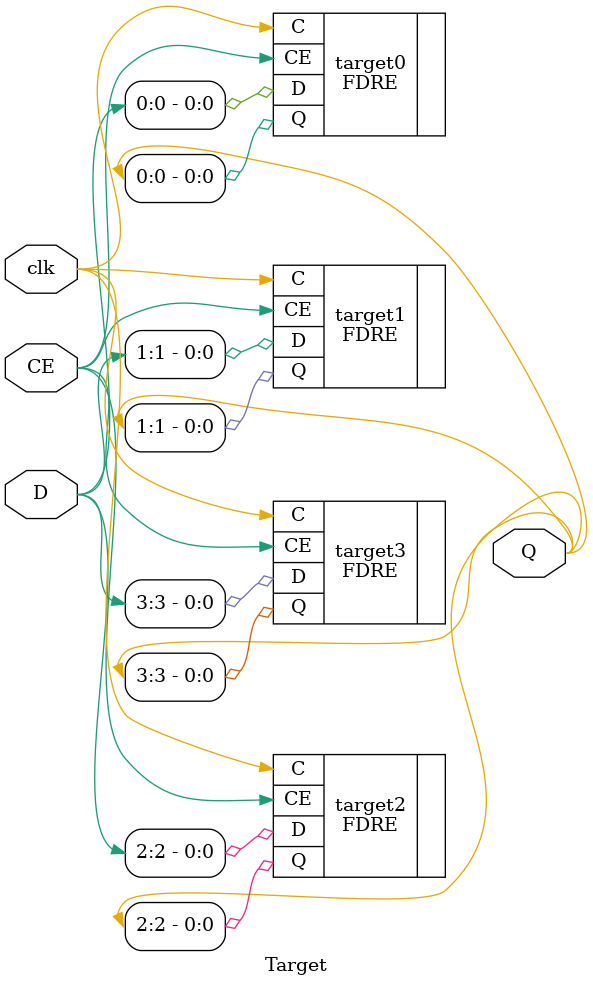
<source format=v>
`timescale 1ns / 1ps


module Target(
    input [3:0] D,
    input CE, clk,
    output [3:0] Q
    );
    FDRE #(.INIT(1'b0)) target0 (.C(clk), .CE(CE), .D(D[0]), .Q(Q[0]));
    FDRE #(.INIT(1'b0)) target1 (.C(clk), .CE(CE), .D(D[1]), .Q(Q[1]));
    FDRE #(.INIT(1'b0)) target2 (.C(clk), .CE(CE), .D(D[2]), .Q(Q[2]));
    FDRE #(.INIT(1'b0)) target3 (.C(clk), .CE(CE), .D(D[3]), .Q(Q[3]));
endmodule

</source>
